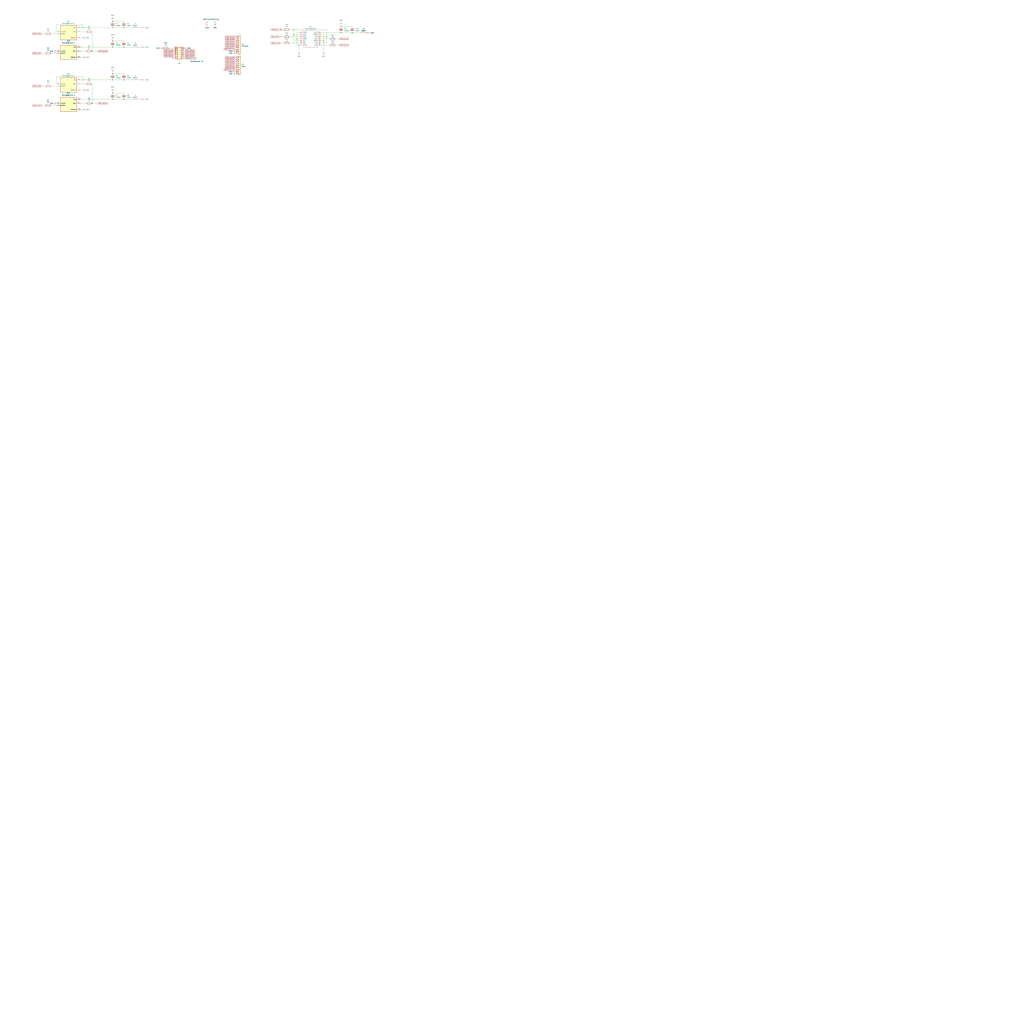
<source format=kicad_sch>
(kicad_sch (version 20231120) (generator "eeschema") (generator_version "8.0")
  (paper "User" 1270 1270)
  (lib_symbols
    (symbol "74LCX125MTCX:74LCX125MTCX" (pin_names (offset 0.762))
      (property "Reference" "IC" (at 24.13 7.62 0))
      (property "Value" "74LCX125MTCX" (at 24.13 5.08 0))
      (symbol "74LCX125MTCX_0_0"
        (pin passive line (at 0 0 0) (length 5.08) (name "~{OE0}") (number "1"))
        (pin passive line (at 27.94 -10.16 180) (length 5.08) (name "~{OE3}") (number "10"))
        (pin passive line (at 27.94 -7.62 180) (length 5.08) (name "O2") (number "11"))
        (pin passive line (at 27.94 -5.08 180) (length 5.08) (name "A2") (number "12"))
        (pin passive line (at 27.94 -2.54 180) (length 5.08) (name "~{OE2}") (number "13"))
        (pin passive line (at 27.94 0 180) (length 5.08) (name "VCC") (number "14"))
        (pin passive line (at 0 -2.54 0) (length 5.08) (name "A0") (number "2"))
        (pin passive line (at 0 -5.08 0) (length 5.08) (name "O0") (number "3"))
        (pin passive line (at 0 -7.62 0) (length 5.08) (name "~{OE1}") (number "4"))
        (pin passive line (at 0 -10.16 0) (length 5.08) (name "A1") (number "5"))
        (pin passive line (at 0 -12.7 0) (length 5.08) (name "O1") (number "6"))
        (pin passive line (at 0 -15.24 0) (length 5.08) (name "GND") (number "7"))
        (pin passive line (at 27.94 -15.24 180) (length 5.08) (name "O3") (number "8"))
        (pin passive line (at 27.94 -12.7 180) (length 5.08) (name "A3") (number "9"))
      )
      (symbol "74LCX125MTCX_0_1"
        (polyline (pts (xy 5.08 2.54) (xy 22.86 2.54) (xy 22.86 -17.78) (xy 5.08 -17.78) (xy 5.08 2.54)) (stroke (width 0.1524)))
      )
    )
    (symbol "Connector_Generic:Conn_01x09" (pin_names (offset 1.016) hide)
      (property "Reference" "J" (at 0 12.7 0))
      (property "Value" "Conn_01x09" (at 0 -12.7 0))
      (symbol "Conn_01x09_1_1"
        (rectangle (start -1.27 -10.033) (end 0 -10.287) (stroke (width 0.1524)))
        (rectangle (start -1.27 -7.493) (end 0 -7.747) (stroke (width 0.1524)))
        (rectangle (start -1.27 -4.953) (end 0 -5.207) (stroke (width 0.1524)))
        (rectangle (start -1.27 -2.413) (end 0 -2.667) (stroke (width 0.1524)))
        (rectangle (start -1.27 0.127) (end 0 -0.127) (stroke (width 0.1524)))
        (rectangle (start -1.27 2.667) (end 0 2.413) (stroke (width 0.1524)))
        (rectangle (start -1.27 5.207) (end 0 4.953) (stroke (width 0.1524)))
        (rectangle (start -1.27 7.747) (end 0 7.493) (stroke (width 0.1524)))
        (rectangle (start -1.27 10.287) (end 0 10.033) (stroke (width 0.1524)))
        (rectangle (start -1.27 11.43) (end 1.27 -11.43) (stroke (width 0.254)) (fill (type background)))
        (pin passive line (at -5.08 10.16 0) (length 3.81) (name "Pin_1") (number "1"))
        (pin passive line (at -5.08 7.62 0) (length 3.81) (name "Pin_2") (number "2"))
        (pin passive line (at -5.08 5.08 0) (length 3.81) (name "Pin_3") (number "3"))
        (pin passive line (at -5.08 2.54 0) (length 3.81) (name "Pin_4") (number "4"))
        (pin passive line (at -5.08 0 0) (length 3.81) (name "Pin_5") (number "5"))
        (pin passive line (at -5.08 -2.54 0) (length 3.81) (name "Pin_6") (number "6"))
        (pin passive line (at -5.08 -5.08 0) (length 3.81) (name "Pin_7") (number "7"))
        (pin passive line (at -5.08 -7.62 0) (length 3.81) (name "Pin_8") (number "8"))
        (pin passive line (at -5.08 -10.16 0) (length 3.81) (name "Pin_9") (number "9"))
      )
    )
    (symbol "Connector_Generic:Conn_02x06_Odd_Even" (pin_names (offset 1.016) hide)
      (property "Reference" "J" (at 1.27 7.62 0))
      (property "Value" "Conn_02x06_Odd_Even" (at 1.27 -10.16 0))
      (symbol "Conn_02x06_Odd_Even_1_1"
        (rectangle (start -1.27 -7.493) (end 0 -7.747) (stroke (width 0.1524)))
        (rectangle (start -1.27 -4.953) (end 0 -5.207) (stroke (width 0.1524)))
        (rectangle (start -1.27 -2.413) (end 0 -2.667) (stroke (width 0.1524)))
        (rectangle (start -1.27 0.127) (end 0 -0.127) (stroke (width 0.1524)))
        (rectangle (start -1.27 2.667) (end 0 2.413) (stroke (width 0.1524)))
        (rectangle (start -1.27 5.207) (end 0 4.953) (stroke (width 0.1524)))
        (rectangle (start -1.27 6.35) (end 3.81 -8.89) (stroke (width 0.254)) (fill (type background)))
        (rectangle (start 3.81 -7.493) (end 2.54 -7.747) (stroke (width 0.1524)))
        (rectangle (start 3.81 -4.953) (end 2.54 -5.207) (stroke (width 0.1524)))
        (rectangle (start 3.81 -2.413) (end 2.54 -2.667) (stroke (width 0.1524)))
        (rectangle (start 3.81 0.127) (end 2.54 -0.127) (stroke (width 0.1524)))
        (rectangle (start 3.81 2.667) (end 2.54 2.413) (stroke (width 0.1524)))
        (rectangle (start 3.81 5.207) (end 2.54 4.953) (stroke (width 0.1524)))
        (pin passive line (at -5.08 5.08 0) (length 3.81) (name "Pin_1") (number "1"))
        (pin passive line (at 7.62 -5.08 180) (length 3.81) (name "Pin_10") (number "10"))
        (pin passive line (at -5.08 -7.62 0) (length 3.81) (name "Pin_11") (number "11"))
        (pin passive line (at 7.62 -7.62 180) (length 3.81) (name "Pin_12") (number "12"))
        (pin passive line (at 7.62 5.08 180) (length 3.81) (name "Pin_2") (number "2"))
        (pin passive line (at -5.08 2.54 0) (length 3.81) (name "Pin_3") (number "3"))
        (pin passive line (at 7.62 2.54 180) (length 3.81) (name "Pin_4") (number "4"))
        (pin passive line (at -5.08 0 0) (length 3.81) (name "Pin_5") (number "5"))
        (pin passive line (at 7.62 0 180) (length 3.81) (name "Pin_6") (number "6"))
        (pin passive line (at -5.08 -2.54 0) (length 3.81) (name "Pin_7") (number "7"))
        (pin passive line (at 7.62 -2.54 180) (length 3.81) (name "Pin_8") (number "8"))
        (pin passive line (at -5.08 -5.08 0) (length 3.81) (name "Pin_9") (number "9"))
      )
    )
    (symbol "Device:C" (pin_numbers hide) (pin_names (offset 0.254))
      (property "Reference" "C" (at 0.635 2.54 0))
      (property "Value" "C" (at 0.635 -2.54 0))
      (symbol "C_0_1"
        (polyline (pts (xy -2.032 -0.762) (xy 2.032 -0.762)) (stroke (width 0.508)))
        (polyline (pts (xy -2.032 0.762) (xy 2.032 0.762)) (stroke (width 0.508)))
      )
      (symbol "C_1_1"
        (pin passive line (at 0 3.81 270) (length 2.794) (name "~") (number "1"))
        (pin passive line (at 0 -3.81 90) (length 2.794) (name "~") (number "2"))
      )
    )
    (symbol "Device:L" (pin_numbers hide) (pin_names (offset 1.016) hide)
      (property "Reference" "L" (at -1.27 0 90))
      (property "Value" "L" (at 1.905 0 90))
      (symbol "L_0_1"
        (arc (start 0 -2.54) (mid 0.6323 -1.905) (end 0 -1.27))
        (arc (start 0 -1.27) (mid 0.6323 -0.635) (end 0 0))
        (arc (start 0 0) (mid 0.6323 0.635) (end 0 1.27))
        (arc (start 0 1.27) (mid 0.6323 1.905) (end 0 2.54))
      )
      (symbol "L_1_1"
        (pin passive line (at 0 3.81 270) (length 1.27) (name "1") (number "1"))
        (pin passive line (at 0 -3.81 90) (length 1.27) (name "2") (number "2"))
      )
    )
    (symbol "Device:R" (pin_numbers hide) (pin_names (offset 0))
      (property "Reference" "R" (at 2.032 0 90))
      (property "Value" "R" (at 0 0 90))
      (symbol "R_0_1"
        (rectangle (start -1.016 -2.54) (end 1.016 2.54) (stroke (width 0.254)))
      )
      (symbol "R_1_1"
        (pin passive line (at 0 3.81 270) (length 1.27) (name "~") (number "1"))
        (pin passive line (at 0 -3.81 90) (length 1.27) (name "~") (number "2"))
      )
    )
    (symbol "SPH1668LM4H-1:SPH1668LM4H-1" (pin_names (offset 1.016))
      (property "Reference" "MK" (at -10.178 7.6335 0))
      (property "Value" "SPH1668LM4H-1" (at -10.1612 -12.7015 0))
      (symbol "SPH1668LM4H-1_0_0"
        (rectangle (start -10.16 -10.16) (end 10.16 7.62) (stroke (width 0.254)) (fill (type background)))
        (pin output line (at 15.24 0 180) (length 5.08) (name "DATA") (number "1"))
        (pin input line (at -15.24 0 0) (length 5.08) (name "SELECT") (number "2"))
        (pin power_in line (at 15.24 -7.62 180) (length 5.08) (name "GROUND") (number "3"))
        (pin input clock (at -15.24 -2.54 0) (length 5.08) (name "CLOCK") (number "4"))
        (pin power_in line (at 15.24 5.08 180) (length 5.08) (name "VDD") (number "5"))
      )
    )
    (symbol "power:+3V3" (power) (pin_numbers hide) (pin_names (offset 0) hide)
      (property "Value" "+3V3" (at 0 3.556 0))
      (symbol "+3V3_0_1"
        (polyline (pts (xy -0.762 1.27) (xy 0 2.54)))
        (polyline (pts (xy 0 0) (xy 0 2.54)))
        (polyline (pts (xy 0 2.54) (xy 0.762 1.27)))
      )
      (symbol "+3V3_1_1"
        (pin power_in line (at 0 0 90) (length 0) (name "~") (number "1"))
      )
    )
    (symbol "power:GND" (power) (pin_numbers hide) (pin_names (offset 0) hide)
      (property "Value" "GND" (at 0 -3.81 0))
      (symbol "GND_0_1"
        (polyline (pts (xy 0 0) (xy 0 -1.27) (xy 1.27 -1.27) (xy 0 -2.54) (xy -1.27 -1.27) (xy 0 -1.27)))
      )
      (symbol "GND_1_1"
        (pin power_in line (at 0 0 270) (length 0) (name "~") (number "1"))
      )
    )
    (symbol "power:PWR_FLAG" (power) (pin_numbers hide) (pin_names (offset 0) hide)
      (property "Value" "PWR_FLAG" (at 0 3.81 0))
      (symbol "PWR_FLAG_0_0"
        (pin power_out line (at 0 0 90) (length 0) (name "~") (number "1"))
      )
      (symbol "PWR_FLAG_0_1"
        (polyline (pts (xy 0 0) (xy 0 1.27) (xy -1.016 1.905) (xy 0 2.54) (xy 1.016 1.905) (xy 0 1.27)))
      )
    )
  )
  (junction (at 153.67 123.19))
  (junction (at 422.91 33.02))
  (junction (at 153.67 99.06))
  (junction (at 422.91 40.64))
  (junction (at 139.7 123.19))
  (junction (at 139.7 91.44))
  (junction (at 139.7 26.67))
  (junction (at 139.7 34.29))
  (junction (at 153.67 34.29))
  (junction (at 405.13 45.72))
  (junction (at 153.67 58.42))
  (junction (at 102.87 34.29))
  (junction (at 370.84 55.88))
  (junction (at 139.7 115.57))
  (junction (at 436.88 40.64))
  (junction (at 102.87 99.06))
  (junction (at 364.49 36.83))
  (junction (at 114.3 63.5))
  (junction (at 114.3 128.27))
  (junction (at 139.7 58.42))
  (junction (at 364.49 43.18))
  (junction (at 139.7 50.8))
  (junction (at 401.32 50.8))
  (junction (at 139.7 99.06))
  (junction (at 368.3 48.26))
  (no_connect (at 214.63 72.39))
  (wire (pts (xy 100.33 111.76) (xy 102.87 111.76)))
  (wire (pts (xy 405.13 45.72) (xy 405.13 36.83)))
  (wire (pts (xy 153.67 34.29) (xy 163.83 34.29)))
  (wire (pts (xy 436.88 40.64) (xy 447.04 40.64)))
  (wire (pts (xy 63.5 41.91) (xy 69.85 41.91)))
  (wire (pts (xy 100.33 46.99) (xy 102.87 46.99)))
  (wire (pts (xy 139.7 26.67) (xy 153.67 26.67)))
  (wire (pts (xy 114.3 39.37) (xy 114.3 63.5)))
  (wire (pts (xy 69.85 30.48) (xy 102.87 30.48)))
  (wire (pts (xy 370.84 50.8) (xy 364.49 50.8)))
  (wire (pts (xy 139.7 115.57) (xy 153.67 115.57)))
  (wire (pts (xy 359.41 53.34) (xy 370.84 53.34)))
  (wire (pts (xy 139.7 91.44) (xy 153.67 91.44)))
  (wire (pts (xy 52.07 106.68) (xy 55.88 106.68)))
  (wire (pts (xy 398.78 50.8) (xy 401.32 50.8)))
  (wire (pts (xy 422.91 33.02) (xy 436.88 33.02)))
  (wire (pts (xy 398.78 55.88) (xy 408.94 55.88)))
  (wire (pts (xy 364.49 43.18) (xy 370.84 43.18)))
  (wire (pts (xy 139.7 34.29) (xy 153.67 34.29)))
  (wire (pts (xy 368.3 48.26) (xy 370.84 48.26)))
  (wire (pts (xy 102.87 135.89) (xy 100.33 135.89)))
  (wire (pts (xy 171.45 58.42) (xy 175.26 58.42)))
  (wire (pts (xy 401.32 50.8) (xy 401.32 64.77)))
  (wire (pts (xy 370.84 55.88) (xy 370.84 64.77)))
  (wire (pts (xy 171.45 123.19) (xy 175.26 123.19)))
  (wire (pts (xy 347.98 53.34) (xy 351.79 53.34)))
  (wire (pts (xy 214.63 72.39) (xy 215.9 72.39)))
  (wire (pts (xy 52.07 41.91) (xy 55.88 41.91)))
  (wire (pts (xy 364.49 36.83) (xy 405.13 36.83)))
  (wire (pts (xy 63.5 66.04) (xy 69.85 66.04)))
  (wire (pts (xy 398.78 40.64) (xy 422.91 40.64)))
  (wire (pts (xy 416.56 48.26) (xy 420.37 48.26)))
  (wire (pts (xy 102.87 30.48) (xy 102.87 34.29)))
  (wire (pts (xy 153.67 123.19) (xy 163.83 123.19)))
  (wire (pts (xy 153.67 99.06) (xy 163.83 99.06)))
  (wire (pts (xy 102.87 99.06) (xy 139.7 99.06)))
  (wire (pts (xy 100.33 39.37) (xy 106.68 39.37)))
  (wire (pts (xy 102.87 95.25) (xy 102.87 99.06)))
  (wire (pts (xy 364.49 36.83) (xy 364.49 43.18)))
  (wire (pts (xy 139.7 24.13) (xy 139.7 26.67)))
  (wire (pts (xy 102.87 34.29) (xy 139.7 34.29)))
  (wire (pts (xy 209.55 59.69) (xy 215.9 59.69)))
  (wire (pts (xy 401.32 43.18) (xy 401.32 50.8)))
  (wire (pts (xy 69.85 104.14) (xy 69.85 95.25)))
  (wire (pts (xy 69.85 39.37) (xy 69.85 30.48)))
  (wire (pts (xy 359.41 36.83) (xy 364.49 36.83)))
  (wire (pts (xy 139.7 48.26) (xy 139.7 50.8)))
  (wire (pts (xy 416.56 55.88) (xy 420.37 55.88)))
  (wire (pts (xy 364.49 50.8) (xy 364.49 43.18)))
  (wire (pts (xy 100.33 128.27) (xy 106.68 128.27)))
  (wire (pts (xy 368.3 55.88) (xy 370.84 55.88)))
  (wire (pts (xy 63.5 130.81) (xy 69.85 130.81)))
  (wire (pts (xy 153.67 58.42) (xy 163.83 58.42)))
  (wire (pts (xy 114.3 104.14) (xy 114.3 128.27)))
  (wire (pts (xy 368.3 48.26) (xy 368.3 55.88)))
  (wire (pts (xy 100.33 63.5) (xy 106.68 63.5)))
  (wire (pts (xy 171.45 34.29) (xy 175.26 34.29)))
  (wire (pts (xy 350.52 36.83) (xy 351.79 36.83)))
  (wire (pts (xy 139.7 123.19) (xy 153.67 123.19)))
  (wire (pts (xy 398.78 45.72) (xy 405.13 45.72)))
  (wire (pts (xy 114.3 63.5) (xy 120.65 63.5)))
  (wire (pts (xy 100.33 123.19) (xy 139.7 123.19)))
  (wire (pts (xy 52.07 66.04) (xy 55.88 66.04)))
  (wire (pts (xy 139.7 88.9) (xy 139.7 91.44)))
  (wire (pts (xy 347.98 45.72) (xy 351.79 45.72)))
  (wire (pts (xy 398.78 48.26) (xy 408.94 48.26)))
  (wire (pts (xy 100.33 104.14) (xy 106.68 104.14)))
  (wire (pts (xy 69.85 95.25) (xy 102.87 95.25)))
  (wire (pts (xy 171.45 99.06) (xy 175.26 99.06)))
  (wire (pts (xy 370.84 40.64) (xy 368.3 40.64)))
  (wire (pts (xy 398.78 43.18) (xy 401.32 43.18)))
  (wire (pts (xy 139.7 113.03) (xy 139.7 115.57)))
  (wire (pts (xy 63.5 106.68) (xy 69.85 106.68)))
  (wire (pts (xy 405.13 53.34) (xy 405.13 45.72)))
  (wire (pts (xy 422.91 40.64) (xy 436.88 40.64)))
  (wire (pts (xy 368.3 40.64) (xy 368.3 48.26)))
  (wire (pts (xy 102.87 71.12) (xy 100.33 71.12)))
  (wire (pts (xy 139.7 58.42) (xy 153.67 58.42)))
  (wire (pts (xy 359.41 45.72) (xy 370.84 45.72)))
  (wire (pts (xy 398.78 53.34) (xy 405.13 53.34)))
  (wire (pts (xy 52.07 130.81) (xy 55.88 130.81)))
  (wire (pts (xy 114.3 128.27) (xy 120.65 128.27)))
  (wire (pts (xy 139.7 50.8) (xy 153.67 50.8)))
  (wire (pts (xy 422.91 30.48) (xy 422.91 33.02)))
  (wire (pts (xy 100.33 99.06) (xy 102.87 99.06)))
  (wire (pts (xy 100.33 58.42) (xy 139.7 58.42)))
  (wire (pts (xy 100.33 34.29) (xy 102.87 34.29)))
  (wire (pts (xy 139.7 99.06) (xy 153.67 99.06)))
  (global_label "PDM_DATA6" (shape input) (at 215.9 69.85 180) (property "Intersheetrefs" "${INTERSHEET_REFS}" (effects (hide yes))))
  (global_label "PDM_DATA1" (shape input) (at 228.6 62.23 0) (property "Intersheetrefs" "${INTERSHEET_REFS}" (effects (hide yes))))
  (global_label "PDM_CLK-IN" (shape input) (at 350.52 36.83 180) (property "Intersheetrefs" "${INTERSHEET_REFS}" (effects (hide yes))))
  (global_label "PDM_CLK3" (shape input) (at 420.37 48.26 0) (property "Intersheetrefs" "${INTERSHEET_REFS}" (effects (hide yes))))
  (global_label "PDM_CLK2" (shape input) (at 52.07 106.68 180) (property "Intersheetrefs" "${INTERSHEET_REFS}" (effects (hide yes))))
  (global_label "PDM_DATA1" (shape input) (at 120.65 128.27 0) (property "Intersheetrefs" "${INTERSHEET_REFS}" (effects (hide yes))))
  (global_label "PDM_DATA0" (shape input) (at 215.9 62.23 180) (property "Intersheetrefs" "${INTERSHEET_REFS}" (effects (hide yes))))
  (global_label "PDM_DATA3" (shape input) (at 292.1 48.26 180) (property "Intersheetrefs" "${INTERSHEET_REFS}" (effects (hide yes))))
  (global_label "PDM_DATA5" (shape input) (at 228.6 67.31 0) (property "Intersheetrefs" "${INTERSHEET_REFS}" (effects (hide yes))))
  (global_label "PDM_DATA7" (shape input) (at 228.6 69.85 0) (property "Intersheetrefs" "${INTERSHEET_REFS}" (effects (hide yes))))
  (global_label "PDM_DATA5" (shape input) (at 292.1 83.82 180) (property "Intersheetrefs" "${INTERSHEET_REFS}" (effects (hide yes))))
  (global_label "PDM_DATA3" (shape input) (at 292.1 78.74 180) (property "Intersheetrefs" "${INTERSHEET_REFS}" (effects (hide yes))))
  (global_label "PDM_CLK-IN" (shape input) (at 292.1 60.96 180) (property "Intersheetrefs" "${INTERSHEET_REFS}" (effects (hide yes))))
  (global_label "PDM_CLK0" (shape input) (at 347.98 53.34 180) (property "Intersheetrefs" "${INTERSHEET_REFS}" (effects (hide yes))))
  (global_label "PDM_DATA6" (shape input) (at 292.1 55.88 180) (property "Intersheetrefs" "${INTERSHEET_REFS}" (effects (hide yes))))
  (global_label "PDM_DATA7" (shape input) (at 292.1 58.42 180) (property "Intersheetrefs" "${INTERSHEET_REFS}" (effects (hide yes))))
  (global_label "PDM_CLK1" (shape input) (at 347.98 45.72 180) (property "Intersheetrefs" "${INTERSHEET_REFS}" (effects (hide yes))))
  (global_label "PDM_DATA2" (shape input) (at 215.9 64.77 180) (property "Intersheetrefs" "${INTERSHEET_REFS}" (effects (hide yes))))
  (global_label "PDM_DATA2" (shape input) (at 292.1 76.2 180) (property "Intersheetrefs" "${INTERSHEET_REFS}" (effects (hide yes))))
  (global_label "PDM_DATA1" (shape input) (at 292.1 73.66 180) (property "Intersheetrefs" "${INTERSHEET_REFS}" (effects (hide yes))))
  (global_label "PDM_CLK2" (shape input) (at 420.37 55.88 0) (property "Intersheetrefs" "${INTERSHEET_REFS}" (effects (hide yes))))
  (global_label "PDM_DATA5" (shape input) (at 292.1 53.34 180) (property "Intersheetrefs" "${INTERSHEET_REFS}" (effects (hide yes))))
  (global_label "PDM_DATA4" (shape input) (at 292.1 81.28 180) (property "Intersheetrefs" "${INTERSHEET_REFS}" (effects (hide yes))))
  (global_label "PDM_CLK1" (shape input) (at 52.07 66.04 180) (property "Intersheetrefs" "${INTERSHEET_REFS}" (effects (hide yes))))
  (global_label "PDM_DATA4" (shape input) (at 292.1 50.8 180) (property "Intersheetrefs" "${INTERSHEET_REFS}" (effects (hide yes))))
  (global_label "PDM_DATA2" (shape input) (at 292.1 45.72 180) (property "Intersheetrefs" "${INTERSHEET_REFS}" (effects (hide yes))))
  (global_label "PDM_CLK-IN" (shape input) (at 292.1 86.36 180) (property "Intersheetrefs" "${INTERSHEET_REFS}" (effects (hide yes))))
  (global_label "PDM_CLK-IN" (shape input) (at 228.6 72.39 0) (property "Intersheetrefs" "${INTERSHEET_REFS}" (effects (hide yes))))
  (global_label "PDM_DATA0" (shape input) (at 120.65 63.5 0) (property "Intersheetrefs" "${INTERSHEET_REFS}" (effects (hide yes))))
  (global_label "PDM_DATA0" (shape input) (at 292.1 71.12 180) (property "Intersheetrefs" "${INTERSHEET_REFS}" (effects (hide yes))))
  (global_label "PDM_DATA3" (shape input) (at 228.6 64.77 0) (property "Intersheetrefs" "${INTERSHEET_REFS}" (effects (hide yes))))
  (global_label "PDM_CLK3" (shape input) (at 52.07 130.81 180) (property "Intersheetrefs" "${INTERSHEET_REFS}" (effects (hide yes))))
  (global_label "PDM_CLK0" (shape input) (at 52.07 41.91 180) (property "Intersheetrefs" "${INTERSHEET_REFS}" (effects (hide yes))))
  (global_label "PDM_DATA4" (shape input) (at 215.9 67.31 180) (property "Intersheetrefs" "${INTERSHEET_REFS}" (effects (hide yes))))
  (symbol (lib_id "Device:R") (at 355.6 45.72 90) (unit 1)
    (property "Reference" "R10" (at 355.6 41.148 90))
    (property "Value" "33" (at 355.6 43.688 90))
    (property "Footprint" "Resistor_SMD:R_0603_1608Metric_Pad0.98x0.95mm_HandSolder" (effects (hide yes)))
    (property "Description" "Resistor" (effects (hide yes)))
  )
  (symbol (lib_id "Device:C") (at 153.67 119.38 0) (unit 1)
    (property "Reference" "C8" (at 157.48 118.1099 0) (effects (justify left)))
    (property "Value" "100n" (at 157.48 120.6499 0) (effects (justify left)))
    (property "Footprint" "Capacitor_SMD:C_0603_1608Metric_Pad1.08x0.95mm_HandSolder" (effects (hide yes)))
    (property "Description" "Unpolarized capacitor" (effects (hide yes)))
  )
  (symbol (lib_id "Device:L") (at 167.64 99.06 90) (unit 1)
    (property "Reference" "L3" (at 167.64 93.98 90))
    (property "Value" "600R" (at 167.64 96.52 90))
    (property "Footprint" "Inductor_SMD:L_0603_1608Metric_Pad1.05x0.95mm_HandSolder" (effects (hide yes)))
    (property "Description" "Inductor" (effects (hide yes)))
  )
  (symbol (lib_id "Device:L") (at 167.64 123.19 90) (unit 1)
    (property "Reference" "L4" (at 167.64 118.11 90))
    (property "Value" "600R" (at 167.64 120.65 90))
    (property "Footprint" "Inductor_SMD:L_0603_1608Metric_Pad1.05x0.95mm_HandSolder" (effects (hide yes)))
    (property "Description" "Inductor" (effects (hide yes)))
  )
  (symbol (lib_id "Device:L") (at 450.85 40.64 90) (unit 1)
    (property "Reference" "L5" (at 450.85 35.56 90))
    (property "Value" "600R" (at 450.85 38.1 90))
    (property "Footprint" "Inductor_SMD:L_0603_1608Metric_Pad1.05x0.95mm_HandSolder" (effects (hide yes)))
    (property "Description" "Inductor" (effects (hide yes)))
  )
  (symbol (lib_id "Device:C") (at 153.67 95.25 0) (unit 1)
    (property "Reference" "C6" (at 157.48 93.9799 0) (effects (justify left)))
    (property "Value" "100n" (at 157.48 96.5199 0) (effects (justify left)))
    (property "Footprint" "Capacitor_SMD:C_0603_1608Metric_Pad1.08x0.95mm_HandSolder" (effects (hide yes)))
    (property "Description" "Unpolarized capacitor" (effects (hide yes)))
  )
  (symbol (lib_id "Device:C") (at 139.7 30.48 0) (unit 1)
    (property "Reference" "C1" (at 143.51 29.2099 0) (effects (justify left)))
    (property "Value" "1000p" (at 143.51 31.7499 0) (effects (justify left)))
    (property "Footprint" "Capacitor_SMD:C_0603_1608Metric_Pad1.08x0.95mm_HandSolder" (effects (hide yes)))
    (property "Description" "Unpolarized capacitor" (effects (hide yes)))
  )
  (symbol (lib_id "power:GND") (at 292.1 91.44 270) (unit 1)
    (property "Reference" "#PWR021" (effects (hide yes)))
    (property "Value" "GND" (at 288.29 91.4399 90) (effects (justify right)))
    (property "Description" "Power symbol creates a global label with name \"GND\" , ground" (effects (hide yes)))
  )
  (symbol (lib_id "power:PWR_FLAG") (at 266.7 29.21 0) (unit 1)
    (property "Reference" "#FLG02" (effects (hide yes)))
    (property "Value" "PWR_FLAG" (at 266.7 24.13 0))
    (property "Description" "Special symbol for telling ERC where power comes from" (effects (hide yes)))
  )
  (symbol (lib_id "Device:C") (at 422.91 36.83 0) (unit 1)
    (property "Reference" "C9" (at 426.72 35.5599 0) (effects (justify left)))
    (property "Value" "1000p" (at 426.72 38.0999 0) (effects (justify left)))
    (property "Footprint" "Capacitor_SMD:C_0603_1608Metric_Pad1.08x0.95mm_HandSolder" (effects (hide yes)))
    (property "Description" "Unpolarized capacitor" (effects (hide yes)))
  )
  (symbol (lib_id "power:GND") (at 401.32 64.77 0) (unit 1)
    (property "Reference" "#PWR06" (effects (hide yes)))
    (property "Value" "GND" (at 401.32 69.85 0))
    (property "Description" "Power symbol creates a global label with name \"GND\" , ground" (effects (hide yes)))
  )
  (symbol (lib_id "SPH1668LM4H-1:SPH1668LM4H-1") (at 85.09 128.27 0) (unit 1)
    (property "Reference" "MK4" (at 85.09 115.57 0))
    (property "Value" "SPH1668LM4H-1" (at 85.09 118.11 0))
    (property "Footprint" "SPH1668LM4H_1:MIC_SPH1668LM4H-1" (effects (hide yes)))
    (property "MANUFACTURER" "KNOWLES" (effects (hide yes)))
    (property "PART_REV" "A" (effects (hide yes)))
    (property "STANDARD" "MANUFACTURER RECOMMENDATIONS" (effects (hide yes)))
  )
  (symbol (lib_id "Device:R") (at 110.49 63.5 90) (unit 1)
    (property "Reference" "R4" (at 110.49 57.15 90))
    (property "Value" "33" (at 110.49 59.69 90))
    (property "Footprint" "Resistor_SMD:R_0603_1608Metric_Pad0.98x0.95mm_HandSolder" (effects (hide yes)))
    (property "Description" "Resistor" (effects (hide yes)))
  )
  (symbol (lib_id "Device:C") (at 153.67 30.48 0) (unit 1)
    (property "Reference" "C2" (at 157.48 29.2099 0) (effects (justify left)))
    (property "Value" "100n" (at 157.48 31.7499 0) (effects (justify left)))
    (property "Footprint" "Capacitor_SMD:C_0603_1608Metric_Pad1.08x0.95mm_HandSolder" (effects (hide yes)))
    (property "Description" "Unpolarized capacitor" (effects (hide yes)))
  )
  (symbol (lib_id "Connector_Generic:Conn_01x09") (at 297.18 55.88 0) (unit 1)
    (property "Reference" "J1" (at 299.72 54.6099 0) (effects (justify left)))
    (property "Value" "Previous" (at 299.72 57.1499 0) (effects (justify left)))
    (property "Footprint" "Connector_PinSocket_2.54mm:PinSocket_2x05_P2.54mm_Horizontal" (effects (hide yes)))
    (property "Description" "Generic connector, single row, 01x09, script generated (kicad-library-utils/schlib/autogen/connector/)" (effects (hide yes)))
  )
  (symbol (lib_id "power:PWR_FLAG") (at 256.54 29.21 0) (unit 1)
    (property "Reference" "#FLG01" (effects (hide yes)))
    (property "Value" "PWR_FLAG" (at 256.54 24.13 0))
    (property "Description" "Special symbol for telling ERC where power comes from" (effects (hide yes)))
  )
  (symbol (lib_id "power:+3V3") (at 454.66 40.64 270) (unit 1)
    (property "Reference" "#PWR08" (effects (hide yes)))
    (property "Value" "+3V3" (at 458.47 40.6399 90) (effects (justify left)))
    (property "Description" "Power symbol creates a global label with name \"+3V3\"" (effects (hide yes)))
  )
  (symbol (lib_id "Device:C") (at 139.7 95.25 0) (unit 1)
    (property "Reference" "C5" (at 143.51 93.9799 0) (effects (justify left)))
    (property "Value" "1000p" (at 143.51 96.5199 0) (effects (justify left)))
    (property "Footprint" "Capacitor_SMD:C_0603_1608Metric_Pad1.08x0.95mm_HandSolder" (effects (hide yes)))
    (property "Description" "Unpolarized capacitor" (effects (hide yes)))
  )
  (symbol (lib_id "power:+3V3") (at 292.1 63.5 90) (unit 1)
    (property "Reference" "#PWR024" (effects (hide yes)))
    (property "Value" "+3V3" (at 288.29 63.4999 90) (effects (justify left)))
    (property "Description" "Power symbol creates a global label with name \"+3V3\"" (effects (hide yes)))
  )
  (symbol (lib_id "Device:C") (at 436.88 36.83 0) (unit 1)
    (property "Reference" "C10" (at 440.69 35.5599 0) (effects (justify left)))
    (property "Value" "100n" (at 440.69 38.0999 0) (effects (justify left)))
    (property "Footprint" "Capacitor_SMD:C_0603_1608Metric_Pad1.08x0.95mm_HandSolder" (effects (hide yes)))
    (property "Description" "Unpolarized capacitor" (effects (hide yes)))
  )
  (symbol (lib_id "power:+3V3") (at 201.93 59.69 90) (unit 1)
    (property "Reference" "#PWR025" (effects (hide yes)))
    (property "Value" "+3V3" (at 198.12 59.6899 90) (effects (justify left)))
    (property "Description" "Power symbol creates a global label with name \"+3V3\"" (effects (hide yes)))
  )
  (symbol (lib_id "power:+3V3") (at 175.26 34.29 270) (unit 1)
    (property "Reference" "#PWR01" (effects (hide yes)))
    (property "Value" "+3V3" (at 179.07 34.2901 90) (effects (justify left)))
    (property "Description" "Power symbol creates a global label with name \"+3V3\"" (effects (hide yes)))
  )
  (symbol (lib_id "Device:L") (at 167.64 34.29 90) (unit 1)
    (property "Reference" "L1" (at 167.64 29.21 90))
    (property "Value" "600R" (at 167.64 31.75 90))
    (property "Footprint" "Inductor_SMD:L_0603_1608Metric_Pad1.05x0.95mm_HandSolder" (effects (hide yes)))
    (property "Description" "Inductor" (effects (hide yes)))
  )
  (symbol (lib_id "Device:R") (at 412.75 55.88 90) (unit 1)
    (property "Reference" "R13" (at 412.75 51.308 90))
    (property "Value" "33" (at 412.75 53.848 90))
    (property "Footprint" "Resistor_SMD:R_0603_1608Metric_Pad0.98x0.95mm_HandSolder" (effects (hide yes)))
    (property "Description" "Resistor" (effects (hide yes)))
  )
  (symbol (lib_id "74LCX125MTCX:74LCX125MTCX") (at 370.84 40.64 0) (unit 1)
    (property "Reference" "IC1" (at 384.81 33.02 0))
    (property "Value" "74LCX125MTCX" (at 384.81 35.56 0))
    (property "Footprint" "Package_SO:TSSOP-14_4.4x3.6mm_P0.4mm" (effects (hide yes)))
    (property "Datasheet" "https://www.onsemi.com/pub/Collateral/74LCX125-D.pdf" (effects (hide yes)))
    (property "Description" "ON Semiconductor 74LCX125MTCX Quad Buffer & Line Driver, 3-State, 2  3.6 V, 14-Pin TSSOP" (effects (hide yes)))
    (property "Height" "1.2" (effects (hide yes)))
    (property "Mouser Part Number" "512-74LCX125MTCX" (effects (hide yes)))
    (property "Mouser Price/Stock" "https://www.mouser.co.uk/ProductDetail/ON-Semiconductor-Fairchild/74LCX125MTCX?qs=aUdwP37Aar2vZaAsYMgo4Q%3D%3D" (effects (hide yes)))
    (property "Manufacturer_Name" "onsemi" (effects (hide yes)))
    (property "Manufacturer_Part_Number" "74LCX125MTCX" (effects (hide yes)))
  )
  (symbol (lib_id "power:+3V3") (at 175.26 99.06 270) (unit 1)
    (property "Reference" "#PWR019" (effects (hide yes)))
    (property "Value" "+3V3" (at 179.07 99.0601 90) (effects (justify left)))
    (property "Description" "Power symbol creates a global label with name \"+3V3\"" (effects (hide yes)))
  )
  (symbol (lib_id "power:GND") (at 102.87 71.12 90) (unit 1)
    (property "Reference" "#PWR010" (effects (hide yes)))
    (property "Value" "GND" (at 106.68 71.1199 90) (effects (justify right)))
    (property "Description" "Power symbol creates a global label with name \"GND\" , ground" (effects (hide yes)))
  )
  (symbol (lib_id "Device:C") (at 139.7 54.61 0) (unit 1)
    (property "Reference" "C3" (at 143.51 53.3399 0) (effects (justify left)))
    (property "Value" "1000p" (at 143.51 55.8799 0) (effects (justify left)))
    (property "Footprint" "Capacitor_SMD:C_0603_1608Metric_Pad1.08x0.95mm_HandSolder" (effects (hide yes)))
    (property "Description" "Unpolarized capacitor" (effects (hide yes)))
  )
  (symbol (lib_id "Device:L") (at 167.64 58.42 90) (unit 1)
    (property "Reference" "L2" (at 167.64 53.34 90))
    (property "Value" "600R" (at 167.64 55.88 90))
    (property "Footprint" "Inductor_SMD:L_0603_1608Metric_Pad1.05x0.95mm_HandSolder" (effects (hide yes)))
    (property "Description" "Inductor" (effects (hide yes)))
  )
  (symbol (lib_id "Device:R") (at 59.69 66.04 90) (unit 1)
    (property "Reference" "R3" (at 59.69 59.69 90))
    (property "Value" "33" (at 59.69 62.23 90))
    (property "Footprint" "Resistor_SMD:R_0603_1608Metric_Pad0.98x0.95mm_HandSolder" (effects (hide yes)))
    (property "Description" "Resistor" (effects (hide yes)))
  )
  (symbol (lib_id "power:GND") (at 102.87 46.99 90) (unit 1)
    (property "Reference" "#PWR09" (effects (hide yes)))
    (property "Value" "GND" (at 106.68 46.9899 90) (effects (justify right)))
    (property "Description" "Power symbol creates a global label with name \"GND\" , ground" (effects (hide yes)))
  )
  (symbol (lib_id "Device:R") (at 355.6 53.34 90) (unit 1)
    (property "Reference" "R11" (at 355.6 48.768 90))
    (property "Value" "33" (at 355.6 51.308 90))
    (property "Footprint" "Resistor_SMD:R_0603_1608Metric_Pad0.98x0.95mm_HandSolder" (effects (hide yes)))
    (property "Description" "Resistor" (effects (hide yes)))
  )
  (symbol (lib_id "Device:R") (at 205.74 59.69 90) (unit 1)
    (property "Reference" "R14" (at 205.74 53.34 90))
    (property "Value" "0" (at 205.74 55.88 90))
    (property "Footprint" "Resistor_SMD:R_0603_1608Metric_Pad0.98x0.95mm_HandSolder" (effects (hide yes)))
    (property "Description" "Resistor" (effects (hide yes)))
  )
  (symbol (lib_id "power:+3V3") (at 175.26 123.19 270) (unit 1)
    (property "Reference" "#PWR020" (effects (hide yes)))
    (property "Value" "+3V3" (at 179.07 123.1901 90) (effects (justify left)))
    (property "Description" "Power symbol creates a global label with name \"+3V3\"" (effects (hide yes)))
  )
  (symbol (lib_id "Device:R") (at 59.69 41.91 90) (unit 1)
    (property "Reference" "R1" (at 59.69 35.56 90))
    (property "Value" "33" (at 59.69 38.1 90))
    (property "Footprint" "Resistor_SMD:R_0603_1608Metric_Pad0.98x0.95mm_HandSolder" (effects (hide yes)))
    (property "Description" "Resistor" (effects (hide yes)))
  )
  (symbol (lib_id "power:+3V3") (at 256.54 29.21 180) (unit 1)
    (property "Reference" "#PWR03" (effects (hide yes)))
    (property "Value" "+3V3" (at 256.54 34.29 0))
    (property "Description" "Power symbol creates a global label with name \"+3V3\"" (effects (hide yes)))
  )
  (symbol (lib_id "Connector_Generic:Conn_02x06_Odd_Even") (at 223.52 67.31 180) (unit 1)
    (property "Reference" "J3" (at 222.25 78.74 0))
    (property "Value" "MCHStreamer J3" (at 243.84 76.2 0))
    (property "Footprint" "Connector_PinHeader_2.54mm:PinHeader_2x06_P2.54mm_Horizontal" (effects (hide yes)))
    (property "Description" "Generic connector, double row, 02x06, odd/even pin numbering scheme (row 1 odd numbers, row 2 even numbers), script generated (kicad-library-utils/schlib/autogen/connector/)" (effects (hide yes)))
  )
  (symbol (lib_id "power:GND") (at 139.7 24.13 180) (unit 1)
    (property "Reference" "#PWR02" (effects (hide yes)))
    (property "Value" "GND" (at 139.7 19.05 0))
    (property "Description" "Power symbol creates a global label with name \"GND\" , ground" (effects (hide yes)))
  )
  (symbol (lib_id "Device:R") (at 59.69 130.81 90) (unit 1)
    (property "Reference" "R7" (at 59.69 124.46 90))
    (property "Value" "33" (at 59.69 127 90))
    (property "Footprint" "Resistor_SMD:R_0603_1608Metric_Pad0.98x0.95mm_HandSolder" (effects (hide yes)))
    (property "Description" "Resistor" (effects (hide yes)))
  )
  (symbol (lib_id "SPH1668LM4H-1:SPH1668LM4H-1") (at 85.09 39.37 0) (unit 1)
    (property "Reference" "MK1" (at 85.09 26.67 0))
    (property "Value" "SPH1668LM4H-1" (at 85.09 29.21 0))
    (property "Footprint" "SPH1668LM4H_1:MIC_SPH1668LM4H-1" (effects (hide yes)))
    (property "MANUFACTURER" "KNOWLES" (effects (hide yes)))
    (property "PART_REV" "A" (effects (hide yes)))
    (property "STANDARD" "MANUFACTURER RECOMMENDATIONS" (effects (hide yes)))
  )
  (symbol (lib_id "Device:R") (at 59.69 106.68 90) (unit 1)
    (property "Reference" "R5" (at 59.69 100.33 90))
    (property "Value" "33" (at 59.69 102.87 90))
    (property "Footprint" "Resistor_SMD:R_0603_1608Metric_Pad0.98x0.95mm_HandSolder" (effects (hide yes)))
    (property "Description" "Resistor" (effects (hide yes)))
  )
  (symbol (lib_id "power:+3V3") (at 292.1 88.9 90) (unit 1)
    (property "Reference" "#PWR023" (effects (hide yes)))
    (property "Value" "+3V3" (at 288.29 88.8999 90) (effects (justify left)))
    (property "Description" "Power symbol creates a global label with name \"+3V3\"" (effects (hide yes)))
  )
  (symbol (lib_id "power:+3V3") (at 175.26 58.42 270) (unit 1)
    (property "Reference" "#PWR012" (effects (hide yes)))
    (property "Value" "+3V3" (at 179.07 58.4201 90) (effects (justify left)))
    (property "Description" "Power symbol creates a global label with name \"+3V3\"" (effects (hide yes)))
  )
  (symbol (lib_id "Device:R") (at 110.49 104.14 90) (unit 1)
    (property "Reference" "R6" (at 110.49 97.79 90))
    (property "Value" "33" (at 110.49 100.33 90))
    (property "Footprint" "Resistor_SMD:R_0603_1608Metric_Pad0.98x0.95mm_HandSolder" (effects (hide yes)))
    (property "Description" "Resistor" (effects (hide yes)))
  )
  (symbol (lib_id "power:GND") (at 266.7 29.21 0) (unit 1)
    (property "Reference" "#PWR04" (effects (hide yes)))
    (property "Value" "GND" (at 266.7 34.29 0))
    (property "Description" "Power symbol creates a global label with name \"GND\" , ground" (effects (hide yes)))
  )
  (symbol (lib_id "power:GND") (at 292.1 66.04 270) (unit 1)
    (property "Reference" "#PWR022" (effects (hide yes)))
    (property "Value" "GND" (at 288.29 66.0399 90) (effects (justify right)))
    (property "Description" "Power symbol creates a global label with name \"GND\" , ground" (effects (hide yes)))
  )
  (symbol (lib_id "Device:C") (at 139.7 119.38 0) (unit 1)
    (property "Reference" "C7" (at 143.51 118.1099 0) (effects (justify left)))
    (property "Value" "1000p" (at 143.51 120.6499 0) (effects (justify left)))
    (property "Footprint" "Capacitor_SMD:C_0603_1608Metric_Pad1.08x0.95mm_HandSolder" (effects (hide yes)))
    (property "Description" "Unpolarized capacitor" (effects (hide yes)))
  )
  (symbol (lib_id "power:GND") (at 102.87 111.76 90) (unit 1)
    (property "Reference" "#PWR015" (effects (hide yes)))
    (property "Value" "GND" (at 106.68 111.7599 90) (effects (justify right)))
    (property "Description" "Power symbol creates a global label with name \"GND\" , ground" (effects (hide yes)))
  )
  (symbol (lib_id "power:GND") (at 139.7 88.9 180) (unit 1)
    (property "Reference" "#PWR017" (effects (hide yes)))
    (property "Value" "GND" (at 139.7 83.82 0))
    (property "Description" "Power symbol creates a global label with name \"GND\" , ground" (effects (hide yes)))
  )
  (symbol (lib_id "SPH1668LM4H-1:SPH1668LM4H-1") (at 85.09 63.5 0) (unit 1)
    (property "Reference" "MK2" (at 85.09 50.8 0))
    (property "Value" "SPH1668LM4H-1" (at 85.09 53.34 0))
    (property "Footprint" "SPH1668LM4H_1:MIC_SPH1668LM4H-1" (effects (hide yes)))
    (property "MANUFACTURER" "KNOWLES" (effects (hide yes)))
    (property "PART_REV" "A" (effects (hide yes)))
    (property "STANDARD" "MANUFACTURER RECOMMENDATIONS" (effects (hide yes)))
  )
  (symbol (lib_id "Device:R") (at 110.49 128.27 90) (unit 1)
    (property "Reference" "R8" (at 110.49 121.92 90))
    (property "Value" "33" (at 110.49 124.46 90))
    (property "Footprint" "Resistor_SMD:R_0603_1608Metric_Pad0.98x0.95mm_HandSolder" (effects (hide yes)))
    (property "Description" "Resistor" (effects (hide yes)))
  )
  (symbol (lib_id "power:GND") (at 422.91 30.48 180) (unit 1)
    (property "Reference" "#PWR07" (effects (hide yes)))
    (property "Value" "GND" (at 422.91 25.4 0))
    (property "Description" "Power symbol creates a global label with name \"GND\" , ground" (effects (hide yes)))
  )
  (symbol (lib_id "power:GND") (at 370.84 64.77 0) (unit 1)
    (property "Reference" "#PWR05" (effects (hide yes)))
    (property "Value" "GND" (at 370.84 69.85 0))
    (property "Description" "Power symbol creates a global label with name \"GND\" , ground" (effects (hide yes)))
  )
  (symbol (lib_id "Connector_Generic:Conn_01x09") (at 297.18 81.28 0) (unit 1)
    (property "Reference" "J2" (at 299.72 80.0099 0) (effects (justify left)))
    (property "Value" "Next" (at 299.72 82.5499 0) (effects (justify left)))
    (property "Footprint" "Connector_PinHeader_2.54mm:PinHeader_2x05_P2.54mm_Horizontal" (effects (hide yes)))
    (property "Description" "Generic connector, single row, 01x09, script generated (kicad-library-utils/schlib/autogen/connector/)" (effects (hide yes)))
  )
  (symbol (lib_id "Device:R") (at 110.49 39.37 90) (unit 1)
    (property "Reference" "R2" (at 110.49 33.02 90))
    (property "Value" "33" (at 110.49 35.56 90))
    (property "Footprint" "Resistor_SMD:R_0603_1608Metric_Pad0.98x0.95mm_HandSolder" (effects (hide yes)))
    (property "Description" "Resistor" (effects (hide yes)))
  )
  (symbol (lib_id "power:GND") (at 139.7 113.03 180) (unit 1)
    (property "Reference" "#PWR018" (effects (hide yes)))
    (property "Value" "GND" (at 139.7 107.95 0))
    (property "Description" "Power symbol creates a global label with name \"GND\" , ground" (effects (hide yes)))
  )
  (symbol (lib_id "power:GND") (at 69.85 128.27 270) (unit 1)
    (property "Reference" "#PWR014" (effects (hide yes)))
    (property "Value" "GND" (at 66.04 128.2699 90) (effects (justify right)))
    (property "Description" "Power symbol creates a global label with name \"GND\" , ground" (effects (hide yes)))
  )
  (symbol (lib_id "power:GND") (at 228.6 59.69 90) (unit 1)
    (property "Reference" "#PWR026" (effects (hide yes)))
    (property "Value" "GND" (at 232.41 59.6899 90) (effects (justify right)))
    (property "Description" "Power symbol creates a global label with name \"GND\" , ground" (effects (hide yes)))
  )
  (symbol (lib_id "power:GND") (at 69.85 63.5 270) (unit 1)
    (property "Reference" "#PWR013" (effects (hide yes)))
    (property "Value" "GND" (at 66.04 63.4999 90) (effects (justify right)))
    (property "Description" "Power symbol creates a global label with name \"GND\" , ground" (effects (hide yes)))
  )
  (symbol (lib_id "Device:R") (at 412.75 48.26 90) (unit 1)
    (property "Reference" "R12" (at 412.75 43.688 90))
    (property "Value" "33" (at 412.75 46.228 90))
    (property "Footprint" "Resistor_SMD:R_0603_1608Metric_Pad0.98x0.95mm_HandSolder" (effects (hide yes)))
    (property "Description" "Resistor" (effects (hide yes)))
  )
  (symbol (lib_id "Device:R") (at 355.6 36.83 90) (unit 1)
    (property "Reference" "R9" (at 355.6 30.48 90))
    (property "Value" "33" (at 355.6 33.02 90))
    (property "Footprint" "Resistor_SMD:R_0603_1608Metric_Pad0.98x0.95mm_HandSolder" (effects (hide yes)))
    (property "Description" "Resistor" (effects (hide yes)))
  )
  (symbol (lib_id "Device:C") (at 153.67 54.61 0) (unit 1)
    (property "Reference" "C4" (at 157.48 53.3399 0) (effects (justify left)))
    (property "Value" "100n" (at 157.48 55.8799 0) (effects (justify left)))
    (property "Footprint" "Capacitor_SMD:C_0603_1608Metric_Pad1.08x0.95mm_HandSolder" (effects (hide yes)))
    (property "Description" "Unpolarized capacitor" (effects (hide yes)))
  )
  (symbol (lib_id "SPH1668LM4H-1:SPH1668LM4H-1") (at 85.09 104.14 0) (unit 1)
    (property "Reference" "MK3" (at 85.09 91.44 0))
    (property "Value" "SPH1668LM4H-1" (at 85.09 93.98 0))
    (property "Footprint" "SPH1668LM4H_1:MIC_SPH1668LM4H-1" (effects (hide yes)))
    (property "MANUFACTURER" "KNOWLES" (effects (hide yes)))
    (property "PART_REV" "A" (effects (hide yes)))
    (property "STANDARD" "MANUFACTURER RECOMMENDATIONS" (effects (hide yes)))
  )
  (symbol (lib_id "power:GND") (at 102.87 135.89 90) (unit 1)
    (property "Reference" "#PWR016" (effects (hide yes)))
    (property "Value" "GND" (at 106.68 135.8899 90) (effects (justify right)))
    (property "Description" "Power symbol creates a global label with name \"GND\" , ground" (effects (hide yes)))
  )
  (symbol (lib_id "power:GND") (at 139.7 48.26 180) (unit 1)
    (property "Reference" "#PWR011" (effects (hide yes)))
    (property "Value" "GND" (at 139.7 43.18 0))
    (property "Description" "Power symbol creates a global label with name \"GND\" , ground" (effects (hide yes)))
  )
  (sheet (at -339.09 228.6) (size 299.72 162.56) (stroke (width 0.1524))
    (property "Sheetname" "74LCX125_sheet" (at -339.09 227.8884 0) (effects (justify left bottom)))
    (property "Sheetfile" "74LCX125_sheet.kicad_sch" (at -339.09 391.7446 0) (effects (justify left top)))
  )
)
</source>
